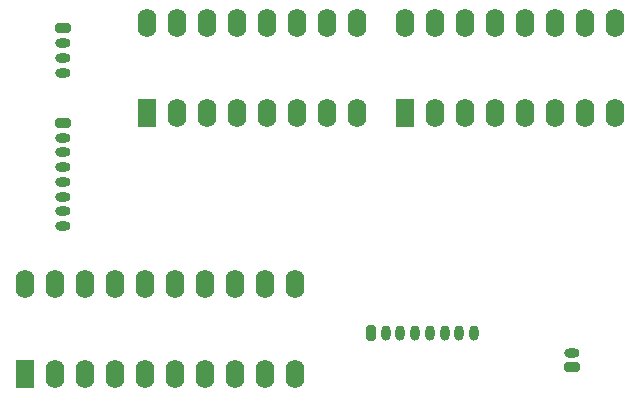
<source format=gbr>
%TF.GenerationSoftware,KiCad,Pcbnew,8.0.3*%
%TF.CreationDate,2024-07-20T16:39:50-07:00*%
%TF.ProjectId,General Register V1,47656e65-7261-46c2-9052-656769737465,rev?*%
%TF.SameCoordinates,Original*%
%TF.FileFunction,Soldermask,Bot*%
%TF.FilePolarity,Negative*%
%FSLAX46Y46*%
G04 Gerber Fmt 4.6, Leading zero omitted, Abs format (unit mm)*
G04 Created by KiCad (PCBNEW 8.0.3) date 2024-07-20 16:39:50*
%MOMM*%
%LPD*%
G01*
G04 APERTURE LIST*
G04 Aperture macros list*
%AMRoundRect*
0 Rectangle with rounded corners*
0 $1 Rounding radius*
0 $2 $3 $4 $5 $6 $7 $8 $9 X,Y pos of 4 corners*
0 Add a 4 corners polygon primitive as box body*
4,1,4,$2,$3,$4,$5,$6,$7,$8,$9,$2,$3,0*
0 Add four circle primitives for the rounded corners*
1,1,$1+$1,$2,$3*
1,1,$1+$1,$4,$5*
1,1,$1+$1,$6,$7*
1,1,$1+$1,$8,$9*
0 Add four rect primitives between the rounded corners*
20,1,$1+$1,$2,$3,$4,$5,0*
20,1,$1+$1,$4,$5,$6,$7,0*
20,1,$1+$1,$6,$7,$8,$9,0*
20,1,$1+$1,$8,$9,$2,$3,0*%
G04 Aperture macros list end*
%ADD10R,1.600000X2.400000*%
%ADD11O,1.600000X2.400000*%
%ADD12RoundRect,0.200000X-0.450000X0.200000X-0.450000X-0.200000X0.450000X-0.200000X0.450000X0.200000X0*%
%ADD13O,1.300000X0.800000*%
%ADD14RoundRect,0.200000X0.450000X-0.200000X0.450000X0.200000X-0.450000X0.200000X-0.450000X-0.200000X0*%
%ADD15RoundRect,0.200000X-0.200000X-0.450000X0.200000X-0.450000X0.200000X0.450000X-0.200000X0.450000X0*%
%ADD16O,0.800000X1.300000*%
G04 APERTURE END LIST*
D10*
%TO.C,U5*%
X125100000Y-70300000D03*
D11*
X127640000Y-70300000D03*
X130180000Y-70300000D03*
X132720000Y-70300000D03*
X135260000Y-70300000D03*
X137800000Y-70300000D03*
X140340000Y-70300000D03*
X142880000Y-70300000D03*
X142880000Y-62680000D03*
X140340000Y-62680000D03*
X137800000Y-62680000D03*
X135260000Y-62680000D03*
X132720000Y-62680000D03*
X130180000Y-62680000D03*
X127640000Y-62680000D03*
X125100000Y-62680000D03*
%TD*%
D12*
%TO.C,J1*%
X96200000Y-63125000D03*
D13*
X96200000Y-64375000D03*
X96200000Y-65625000D03*
X96200000Y-66875000D03*
%TD*%
D10*
%TO.C,U6*%
X92920000Y-92420000D03*
D11*
X95460000Y-92420000D03*
X98000000Y-92420000D03*
X100540000Y-92420000D03*
X103080000Y-92420000D03*
X105620000Y-92420000D03*
X108160000Y-92420000D03*
X110700000Y-92420000D03*
X113240000Y-92420000D03*
X115780000Y-92420000D03*
X115780000Y-84800000D03*
X113240000Y-84800000D03*
X110700000Y-84800000D03*
X108160000Y-84800000D03*
X105620000Y-84800000D03*
X103080000Y-84800000D03*
X100540000Y-84800000D03*
X98000000Y-84800000D03*
X95460000Y-84800000D03*
X92920000Y-84800000D03*
%TD*%
D14*
%TO.C,J3*%
X139300000Y-91825000D03*
D13*
X139300000Y-90575000D03*
%TD*%
D12*
%TO.C,J2*%
X96200000Y-71125000D03*
D13*
X96200000Y-72375000D03*
X96200000Y-73625000D03*
X96200000Y-74875000D03*
X96200000Y-76125000D03*
X96200000Y-77375000D03*
X96200000Y-78625000D03*
X96200000Y-79875000D03*
%TD*%
D10*
%TO.C,U4*%
X103280000Y-70300000D03*
D11*
X105820000Y-70300000D03*
X108360000Y-70300000D03*
X110900000Y-70300000D03*
X113440000Y-70300000D03*
X115980000Y-70300000D03*
X118520000Y-70300000D03*
X121060000Y-70300000D03*
X121060000Y-62680000D03*
X118520000Y-62680000D03*
X115980000Y-62680000D03*
X113440000Y-62680000D03*
X110900000Y-62680000D03*
X108360000Y-62680000D03*
X105820000Y-62680000D03*
X103280000Y-62680000D03*
%TD*%
D15*
%TO.C,J4*%
X122225000Y-88900000D03*
D16*
X123475000Y-88900000D03*
X124725000Y-88900000D03*
X125975000Y-88900000D03*
X127225000Y-88900000D03*
X128475000Y-88900000D03*
X129725000Y-88900000D03*
X130975000Y-88900000D03*
%TD*%
M02*

</source>
